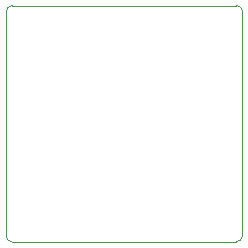
<source format=gbr>
%TF.GenerationSoftware,KiCad,Pcbnew,(5.1.9-0-10_14)*%
%TF.CreationDate,2021-09-10T16:08:35-07:00*%
%TF.ProjectId,CLOCK-MODULE,434c4f43-4b2d-44d4-9f44-554c452e6b69,rev?*%
%TF.SameCoordinates,Original*%
%TF.FileFunction,Profile,NP*%
%FSLAX46Y46*%
G04 Gerber Fmt 4.6, Leading zero omitted, Abs format (unit mm)*
G04 Created by KiCad (PCBNEW (5.1.9-0-10_14)) date 2021-09-10 16:08:35*
%MOMM*%
%LPD*%
G01*
G04 APERTURE LIST*
%TA.AperFunction,Profile*%
%ADD10C,0.050000*%
%TD*%
G04 APERTURE END LIST*
D10*
X-9492000Y-10000000D02*
G75*
G02*
X-10000000Y-9492000I0J508000D01*
G01*
X10000000Y-9492000D02*
G75*
G02*
X9492000Y-10000000I-508000J0D01*
G01*
X9492000Y10000000D02*
G75*
G02*
X10000000Y9492000I0J-508000D01*
G01*
X-10000000Y9492000D02*
G75*
G02*
X-9492000Y10000000I508000J0D01*
G01*
X9492000Y10000000D02*
X0Y10000000D01*
X10000000Y-9492000D02*
X10000000Y9492000D01*
X-9492000Y-10000000D02*
X9492000Y-10000000D01*
X-10000000Y9492000D02*
X-10000000Y-9492000D01*
X0Y10000000D02*
X-9492000Y10000000D01*
M02*

</source>
